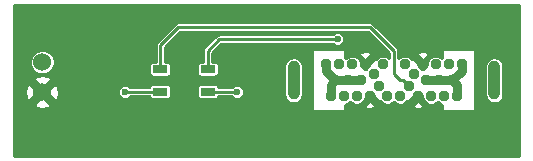
<source format=gbr>
G04 #@! TF.FileFunction,Copper,L1,Top,Signal*
%FSLAX46Y46*%
G04 Gerber Fmt 4.6, Leading zero omitted, Abs format (unit mm)*
G04 Created by KiCad (PCBNEW 4.0.6) date 04/04/18 14:53:54*
%MOMM*%
%LPD*%
G01*
G04 APERTURE LIST*
%ADD10C,0.100000*%
%ADD11C,0.939800*%
%ADD12O,1.000000X3.300000*%
%ADD13C,1.524000*%
%ADD14R,1.300000X0.700000*%
%ADD15C,0.600000*%
%ADD16C,0.250000*%
%ADD17C,0.750000*%
%ADD18C,0.254000*%
G04 APERTURE END LIST*
D10*
D11*
X154850001Y-108150000D03*
X153350001Y-108150000D03*
X152250001Y-108150000D03*
X151150001Y-108150000D03*
X150050001Y-108150000D03*
X156700001Y-108150000D03*
X158200001Y-108150000D03*
X159300001Y-108150000D03*
X160400001Y-108150000D03*
X161500001Y-108150000D03*
X155225001Y-110800000D03*
X156325001Y-110800000D03*
X153725001Y-110800000D03*
X152625001Y-110800000D03*
X151525001Y-110800000D03*
X150425001Y-110800000D03*
X157825001Y-110800000D03*
X158925001Y-110800000D03*
X160025001Y-110800000D03*
X161125001Y-110800000D03*
X154100001Y-108950000D03*
X154475001Y-110000000D03*
X157450001Y-108950000D03*
X157075001Y-110000000D03*
X153025001Y-109475000D03*
X151925001Y-109475000D03*
X150825001Y-109475000D03*
X158525001Y-109475000D03*
X159625001Y-109475000D03*
X160725001Y-109475000D03*
D12*
X164275001Y-109475000D03*
X147275001Y-109475000D03*
D13*
X126000000Y-107960000D03*
X126000000Y-110500000D03*
D14*
X140000000Y-108550000D03*
X140000000Y-110450000D03*
X136000000Y-108550000D03*
X136000000Y-110450000D03*
D15*
X133000000Y-110500000D03*
X142500000Y-110500000D03*
X151000000Y-106000000D03*
D16*
X136000000Y-110450000D02*
X133050000Y-110450000D01*
X133050000Y-110450000D02*
X133000000Y-110500000D01*
X140000000Y-110450000D02*
X142450000Y-110450000D01*
X142450000Y-110450000D02*
X142500000Y-110500000D01*
D17*
X153025001Y-109475000D02*
X151925001Y-109475000D01*
X151925001Y-109475000D02*
X150825001Y-109475000D01*
X159625001Y-109475000D02*
X160725001Y-109475000D01*
X158525001Y-109475000D02*
X159625001Y-109475000D01*
X150050001Y-108700000D02*
X150050001Y-108150000D01*
X150425001Y-109875000D02*
X150425001Y-110800000D01*
X161500001Y-108700000D02*
X161500001Y-108150000D01*
X160725001Y-109475000D02*
X161500001Y-108700000D01*
X161125001Y-109875000D02*
X161125001Y-110800000D01*
X160725001Y-109475000D02*
X161125001Y-109875000D01*
X150825001Y-109475000D02*
X150050001Y-108700000D01*
X150825001Y-109475000D02*
X150425001Y-109875000D01*
D16*
X140000000Y-107000000D02*
X140000000Y-108550000D01*
X141000000Y-106000000D02*
X140000000Y-107000000D01*
X151000000Y-106000000D02*
X141000000Y-106000000D01*
X150500000Y-105000000D02*
X137500000Y-105000000D01*
X156575001Y-109500000D02*
X156250000Y-109500000D01*
X156250000Y-109500000D02*
X155750000Y-109000000D01*
X155750000Y-109000000D02*
X155750000Y-107750000D01*
X155750000Y-107750000D02*
X155750000Y-107000000D01*
X157075001Y-110000000D02*
X156575001Y-109500000D01*
X153750000Y-105000000D02*
X150500000Y-105000000D01*
X155750000Y-107000000D02*
X153750000Y-105000000D01*
X136000000Y-106500000D02*
X136000000Y-108550000D01*
X137500000Y-105000000D02*
X136000000Y-106500000D01*
D18*
G36*
X166373000Y-115873000D02*
X123627000Y-115873000D01*
X123627000Y-111552941D01*
X125297784Y-111552941D01*
X125376201Y-111780509D01*
X125913714Y-111921753D01*
X126464364Y-111846549D01*
X126623799Y-111780509D01*
X126702216Y-111552941D01*
X126000000Y-110850725D01*
X125297784Y-111552941D01*
X123627000Y-111552941D01*
X123627000Y-110413714D01*
X124578247Y-110413714D01*
X124653451Y-110964364D01*
X124719491Y-111123799D01*
X124947059Y-111202216D01*
X125649275Y-110500000D01*
X126350725Y-110500000D01*
X127052941Y-111202216D01*
X127280509Y-111123799D01*
X127414399Y-110614269D01*
X132422900Y-110614269D01*
X132510558Y-110826417D01*
X132672729Y-110988871D01*
X132884724Y-111076900D01*
X133114269Y-111077100D01*
X133326417Y-110989442D01*
X133464099Y-110852000D01*
X135077359Y-110852000D01*
X135086889Y-110902650D01*
X135147555Y-110996927D01*
X135240120Y-111060175D01*
X135350000Y-111082426D01*
X136650000Y-111082426D01*
X136752650Y-111063111D01*
X136846927Y-111002445D01*
X136910175Y-110909880D01*
X136932426Y-110800000D01*
X136932426Y-110100000D01*
X139067574Y-110100000D01*
X139067574Y-110800000D01*
X139086889Y-110902650D01*
X139147555Y-110996927D01*
X139240120Y-111060175D01*
X139350000Y-111082426D01*
X140650000Y-111082426D01*
X140752650Y-111063111D01*
X140846927Y-111002445D01*
X140910175Y-110909880D01*
X140921896Y-110852000D01*
X142036096Y-110852000D01*
X142172729Y-110988871D01*
X142384724Y-111076900D01*
X142614269Y-111077100D01*
X142826417Y-110989442D01*
X142988871Y-110827271D01*
X143076900Y-110615276D01*
X143077100Y-110385731D01*
X142989442Y-110173583D01*
X142827271Y-110011129D01*
X142615276Y-109923100D01*
X142385731Y-109922900D01*
X142173583Y-110010558D01*
X142136076Y-110048000D01*
X140922641Y-110048000D01*
X140913111Y-109997350D01*
X140852445Y-109903073D01*
X140759880Y-109839825D01*
X140650000Y-109817574D01*
X139350000Y-109817574D01*
X139247350Y-109836889D01*
X139153073Y-109897555D01*
X139089825Y-109990120D01*
X139067574Y-110100000D01*
X136932426Y-110100000D01*
X136913111Y-109997350D01*
X136852445Y-109903073D01*
X136759880Y-109839825D01*
X136650000Y-109817574D01*
X135350000Y-109817574D01*
X135247350Y-109836889D01*
X135153073Y-109897555D01*
X135089825Y-109990120D01*
X135078104Y-110048000D01*
X133364078Y-110048000D01*
X133327271Y-110011129D01*
X133115276Y-109923100D01*
X132885731Y-109922900D01*
X132673583Y-110010558D01*
X132511129Y-110172729D01*
X132423100Y-110384724D01*
X132422900Y-110614269D01*
X127414399Y-110614269D01*
X127421753Y-110586286D01*
X127346549Y-110035636D01*
X127280509Y-109876201D01*
X127052941Y-109797784D01*
X126350725Y-110500000D01*
X125649275Y-110500000D01*
X124947059Y-109797784D01*
X124719491Y-109876201D01*
X124578247Y-110413714D01*
X123627000Y-110413714D01*
X123627000Y-109447059D01*
X125297784Y-109447059D01*
X126000000Y-110149275D01*
X126702216Y-109447059D01*
X126623799Y-109219491D01*
X126086286Y-109078247D01*
X125535636Y-109153451D01*
X125376201Y-109219491D01*
X125297784Y-109447059D01*
X123627000Y-109447059D01*
X123627000Y-108165763D01*
X124960820Y-108165763D01*
X125118665Y-108547777D01*
X125410685Y-108840308D01*
X125792423Y-108998819D01*
X126205763Y-108999180D01*
X126587777Y-108841335D01*
X126880308Y-108549315D01*
X127025355Y-108200000D01*
X135067574Y-108200000D01*
X135067574Y-108900000D01*
X135086889Y-109002650D01*
X135147555Y-109096927D01*
X135240120Y-109160175D01*
X135350000Y-109182426D01*
X136650000Y-109182426D01*
X136752650Y-109163111D01*
X136846927Y-109102445D01*
X136910175Y-109009880D01*
X136932426Y-108900000D01*
X136932426Y-108200000D01*
X139067574Y-108200000D01*
X139067574Y-108900000D01*
X139086889Y-109002650D01*
X139147555Y-109096927D01*
X139240120Y-109160175D01*
X139350000Y-109182426D01*
X140650000Y-109182426D01*
X140752650Y-109163111D01*
X140846927Y-109102445D01*
X140910175Y-109009880D01*
X140932426Y-108900000D01*
X140932426Y-108287248D01*
X146498001Y-108287248D01*
X146498001Y-110662752D01*
X146557147Y-110960097D01*
X146725579Y-111212174D01*
X146977656Y-111380606D01*
X147275001Y-111439752D01*
X147572346Y-111380606D01*
X147824423Y-111212174D01*
X147992855Y-110960097D01*
X148052001Y-110662752D01*
X148052001Y-108287248D01*
X147992855Y-107989903D01*
X147824423Y-107737826D01*
X147572346Y-107569394D01*
X147275001Y-107510248D01*
X146977656Y-107569394D01*
X146725579Y-107737826D01*
X146557147Y-107989903D01*
X146498001Y-108287248D01*
X140932426Y-108287248D01*
X140932426Y-108200000D01*
X140913111Y-108097350D01*
X140852445Y-108003073D01*
X140759880Y-107939825D01*
X140650000Y-107917574D01*
X140402000Y-107917574D01*
X140402000Y-107166514D01*
X141166514Y-106402000D01*
X150586009Y-106402000D01*
X150672729Y-106488871D01*
X150884724Y-106576900D01*
X151114269Y-106577100D01*
X151326417Y-106489442D01*
X151488871Y-106327271D01*
X151576900Y-106115276D01*
X151577100Y-105885731D01*
X151489442Y-105673583D01*
X151327271Y-105511129D01*
X151115276Y-105423100D01*
X150885731Y-105422900D01*
X150673583Y-105510558D01*
X150585988Y-105598000D01*
X141000000Y-105598000D01*
X140846161Y-105628600D01*
X140715743Y-105715743D01*
X139715743Y-106715743D01*
X139628600Y-106846161D01*
X139598000Y-107000000D01*
X139598000Y-107917574D01*
X139350000Y-107917574D01*
X139247350Y-107936889D01*
X139153073Y-107997555D01*
X139089825Y-108090120D01*
X139067574Y-108200000D01*
X136932426Y-108200000D01*
X136913111Y-108097350D01*
X136852445Y-108003073D01*
X136759880Y-107939825D01*
X136650000Y-107917574D01*
X136402000Y-107917574D01*
X136402000Y-106666514D01*
X137666514Y-105402000D01*
X153583486Y-105402000D01*
X155348000Y-107166514D01*
X155348000Y-107591670D01*
X155273638Y-107517178D01*
X154999220Y-107403230D01*
X154702085Y-107402970D01*
X154427469Y-107516439D01*
X154272685Y-107670953D01*
X154179999Y-107652272D01*
X153682270Y-108150000D01*
X153705641Y-108173370D01*
X153373372Y-108505640D01*
X153350001Y-108482269D01*
X153326631Y-108505640D01*
X152996879Y-108175888D01*
X152996883Y-108170849D01*
X153017732Y-108150000D01*
X152996920Y-108129188D01*
X152997031Y-108002084D01*
X152883562Y-107727468D01*
X152673638Y-107517178D01*
X152399220Y-107403230D01*
X152102085Y-107402970D01*
X151827469Y-107516439D01*
X151699963Y-107643723D01*
X151627000Y-107570633D01*
X151627000Y-107320002D01*
X152852273Y-107320002D01*
X153350001Y-107817731D01*
X153847729Y-107320002D01*
X153807528Y-107120547D01*
X153378746Y-107023821D01*
X152945588Y-107098546D01*
X152892474Y-107120547D01*
X152852273Y-107320002D01*
X151627000Y-107320002D01*
X151627000Y-107000000D01*
X151618315Y-106953841D01*
X151591035Y-106911447D01*
X151549410Y-106883006D01*
X151500000Y-106873000D01*
X149000000Y-106873000D01*
X148953841Y-106881685D01*
X148911447Y-106908965D01*
X148883006Y-106950590D01*
X148873000Y-107000000D01*
X148873000Y-112000000D01*
X148881685Y-112046159D01*
X148908965Y-112088553D01*
X148950590Y-112116994D01*
X149000000Y-112127000D01*
X151500000Y-112127000D01*
X151546159Y-112118315D01*
X151588553Y-112091035D01*
X151616994Y-112049410D01*
X151627000Y-112000000D01*
X151627000Y-111629998D01*
X153227273Y-111629998D01*
X153267474Y-111829453D01*
X153696256Y-111926179D01*
X154129414Y-111851454D01*
X154182528Y-111829453D01*
X154222729Y-111629998D01*
X157327273Y-111629998D01*
X157367474Y-111829453D01*
X157796256Y-111926179D01*
X158229414Y-111851454D01*
X158282528Y-111829453D01*
X158322729Y-111629998D01*
X157825001Y-111132269D01*
X157327273Y-111629998D01*
X154222729Y-111629998D01*
X153725001Y-111132269D01*
X153227273Y-111629998D01*
X151627000Y-111629998D01*
X151627000Y-111546990D01*
X151672917Y-111547030D01*
X151947533Y-111433561D01*
X152075039Y-111306277D01*
X152201364Y-111432822D01*
X152475782Y-111546770D01*
X152772917Y-111547030D01*
X153047533Y-111433561D01*
X153257823Y-111223637D01*
X153371771Y-110949219D01*
X153371883Y-110820849D01*
X153392732Y-110800000D01*
X153371920Y-110779188D01*
X153371924Y-110774067D01*
X153701631Y-110444360D01*
X153725001Y-110467731D01*
X153748372Y-110444361D01*
X154080641Y-110776630D01*
X154057270Y-110800000D01*
X154554999Y-111297728D01*
X154647828Y-111279018D01*
X154801364Y-111432822D01*
X155075782Y-111546770D01*
X155372917Y-111547030D01*
X155647533Y-111433561D01*
X155775039Y-111306277D01*
X155901364Y-111432822D01*
X156175782Y-111546770D01*
X156472917Y-111547030D01*
X156747533Y-111433561D01*
X156902317Y-111279047D01*
X156995003Y-111297728D01*
X157492732Y-110800000D01*
X157469361Y-110776630D01*
X157801631Y-110444361D01*
X157825001Y-110467731D01*
X157848372Y-110444361D01*
X158178123Y-110774112D01*
X158178119Y-110779151D01*
X158157270Y-110800000D01*
X158178082Y-110820812D01*
X158177971Y-110947916D01*
X158291440Y-111222532D01*
X158501364Y-111432822D01*
X158775782Y-111546770D01*
X159072917Y-111547030D01*
X159347533Y-111433561D01*
X159475039Y-111306277D01*
X159601364Y-111432822D01*
X159873000Y-111545615D01*
X159873000Y-112000000D01*
X159881685Y-112046159D01*
X159908965Y-112088553D01*
X159950590Y-112116994D01*
X160000000Y-112127000D01*
X162500000Y-112127000D01*
X162546159Y-112118315D01*
X162588553Y-112091035D01*
X162616994Y-112049410D01*
X162627000Y-112000000D01*
X162627000Y-108287248D01*
X163498001Y-108287248D01*
X163498001Y-110662752D01*
X163557147Y-110960097D01*
X163725579Y-111212174D01*
X163977656Y-111380606D01*
X164275001Y-111439752D01*
X164572346Y-111380606D01*
X164824423Y-111212174D01*
X164992855Y-110960097D01*
X165052001Y-110662752D01*
X165052001Y-108287248D01*
X164992855Y-107989903D01*
X164824423Y-107737826D01*
X164572346Y-107569394D01*
X164275001Y-107510248D01*
X163977656Y-107569394D01*
X163725579Y-107737826D01*
X163557147Y-107989903D01*
X163498001Y-108287248D01*
X162627000Y-108287248D01*
X162627000Y-107000000D01*
X162618315Y-106953841D01*
X162591035Y-106911447D01*
X162549410Y-106883006D01*
X162500000Y-106873000D01*
X160000000Y-106873000D01*
X159953841Y-106881685D01*
X159911447Y-106908965D01*
X159883006Y-106950590D01*
X159873000Y-107000000D01*
X159873000Y-107620726D01*
X159849963Y-107643723D01*
X159723638Y-107517178D01*
X159449220Y-107403230D01*
X159152085Y-107402970D01*
X158877469Y-107516439D01*
X158667179Y-107726363D01*
X158553231Y-108000781D01*
X158553119Y-108129151D01*
X158532270Y-108150000D01*
X158553082Y-108170812D01*
X158553078Y-108175933D01*
X158223372Y-108505640D01*
X158200001Y-108482269D01*
X158176631Y-108505640D01*
X157844361Y-108173370D01*
X157867732Y-108150000D01*
X157370003Y-107652272D01*
X157277174Y-107670982D01*
X157123638Y-107517178D01*
X156849220Y-107403230D01*
X156552085Y-107402970D01*
X156277469Y-107516439D01*
X156152000Y-107641690D01*
X156152000Y-107320002D01*
X157702273Y-107320002D01*
X158200001Y-107817731D01*
X158697729Y-107320002D01*
X158657528Y-107120547D01*
X158228746Y-107023821D01*
X157795588Y-107098546D01*
X157742474Y-107120547D01*
X157702273Y-107320002D01*
X156152000Y-107320002D01*
X156152000Y-107000000D01*
X156121400Y-106846161D01*
X156034257Y-106715743D01*
X154034257Y-104715743D01*
X153903839Y-104628600D01*
X153750000Y-104598000D01*
X137500000Y-104598000D01*
X137346161Y-104628600D01*
X137215743Y-104715743D01*
X135715743Y-106215743D01*
X135628600Y-106346161D01*
X135598000Y-106500000D01*
X135598000Y-107917574D01*
X135350000Y-107917574D01*
X135247350Y-107936889D01*
X135153073Y-107997555D01*
X135089825Y-108090120D01*
X135067574Y-108200000D01*
X127025355Y-108200000D01*
X127038819Y-108167577D01*
X127039180Y-107754237D01*
X126881335Y-107372223D01*
X126589315Y-107079692D01*
X126207577Y-106921181D01*
X125794237Y-106920820D01*
X125412223Y-107078665D01*
X125119692Y-107370685D01*
X124961181Y-107752423D01*
X124960820Y-108165763D01*
X123627000Y-108165763D01*
X123627000Y-103127000D01*
X166373000Y-103127000D01*
X166373000Y-115873000D01*
X166373000Y-115873000D01*
G37*
X166373000Y-115873000D02*
X123627000Y-115873000D01*
X123627000Y-111552941D01*
X125297784Y-111552941D01*
X125376201Y-111780509D01*
X125913714Y-111921753D01*
X126464364Y-111846549D01*
X126623799Y-111780509D01*
X126702216Y-111552941D01*
X126000000Y-110850725D01*
X125297784Y-111552941D01*
X123627000Y-111552941D01*
X123627000Y-110413714D01*
X124578247Y-110413714D01*
X124653451Y-110964364D01*
X124719491Y-111123799D01*
X124947059Y-111202216D01*
X125649275Y-110500000D01*
X126350725Y-110500000D01*
X127052941Y-111202216D01*
X127280509Y-111123799D01*
X127414399Y-110614269D01*
X132422900Y-110614269D01*
X132510558Y-110826417D01*
X132672729Y-110988871D01*
X132884724Y-111076900D01*
X133114269Y-111077100D01*
X133326417Y-110989442D01*
X133464099Y-110852000D01*
X135077359Y-110852000D01*
X135086889Y-110902650D01*
X135147555Y-110996927D01*
X135240120Y-111060175D01*
X135350000Y-111082426D01*
X136650000Y-111082426D01*
X136752650Y-111063111D01*
X136846927Y-111002445D01*
X136910175Y-110909880D01*
X136932426Y-110800000D01*
X136932426Y-110100000D01*
X139067574Y-110100000D01*
X139067574Y-110800000D01*
X139086889Y-110902650D01*
X139147555Y-110996927D01*
X139240120Y-111060175D01*
X139350000Y-111082426D01*
X140650000Y-111082426D01*
X140752650Y-111063111D01*
X140846927Y-111002445D01*
X140910175Y-110909880D01*
X140921896Y-110852000D01*
X142036096Y-110852000D01*
X142172729Y-110988871D01*
X142384724Y-111076900D01*
X142614269Y-111077100D01*
X142826417Y-110989442D01*
X142988871Y-110827271D01*
X143076900Y-110615276D01*
X143077100Y-110385731D01*
X142989442Y-110173583D01*
X142827271Y-110011129D01*
X142615276Y-109923100D01*
X142385731Y-109922900D01*
X142173583Y-110010558D01*
X142136076Y-110048000D01*
X140922641Y-110048000D01*
X140913111Y-109997350D01*
X140852445Y-109903073D01*
X140759880Y-109839825D01*
X140650000Y-109817574D01*
X139350000Y-109817574D01*
X139247350Y-109836889D01*
X139153073Y-109897555D01*
X139089825Y-109990120D01*
X139067574Y-110100000D01*
X136932426Y-110100000D01*
X136913111Y-109997350D01*
X136852445Y-109903073D01*
X136759880Y-109839825D01*
X136650000Y-109817574D01*
X135350000Y-109817574D01*
X135247350Y-109836889D01*
X135153073Y-109897555D01*
X135089825Y-109990120D01*
X135078104Y-110048000D01*
X133364078Y-110048000D01*
X133327271Y-110011129D01*
X133115276Y-109923100D01*
X132885731Y-109922900D01*
X132673583Y-110010558D01*
X132511129Y-110172729D01*
X132423100Y-110384724D01*
X132422900Y-110614269D01*
X127414399Y-110614269D01*
X127421753Y-110586286D01*
X127346549Y-110035636D01*
X127280509Y-109876201D01*
X127052941Y-109797784D01*
X126350725Y-110500000D01*
X125649275Y-110500000D01*
X124947059Y-109797784D01*
X124719491Y-109876201D01*
X124578247Y-110413714D01*
X123627000Y-110413714D01*
X123627000Y-109447059D01*
X125297784Y-109447059D01*
X126000000Y-110149275D01*
X126702216Y-109447059D01*
X126623799Y-109219491D01*
X126086286Y-109078247D01*
X125535636Y-109153451D01*
X125376201Y-109219491D01*
X125297784Y-109447059D01*
X123627000Y-109447059D01*
X123627000Y-108165763D01*
X124960820Y-108165763D01*
X125118665Y-108547777D01*
X125410685Y-108840308D01*
X125792423Y-108998819D01*
X126205763Y-108999180D01*
X126587777Y-108841335D01*
X126880308Y-108549315D01*
X127025355Y-108200000D01*
X135067574Y-108200000D01*
X135067574Y-108900000D01*
X135086889Y-109002650D01*
X135147555Y-109096927D01*
X135240120Y-109160175D01*
X135350000Y-109182426D01*
X136650000Y-109182426D01*
X136752650Y-109163111D01*
X136846927Y-109102445D01*
X136910175Y-109009880D01*
X136932426Y-108900000D01*
X136932426Y-108200000D01*
X139067574Y-108200000D01*
X139067574Y-108900000D01*
X139086889Y-109002650D01*
X139147555Y-109096927D01*
X139240120Y-109160175D01*
X139350000Y-109182426D01*
X140650000Y-109182426D01*
X140752650Y-109163111D01*
X140846927Y-109102445D01*
X140910175Y-109009880D01*
X140932426Y-108900000D01*
X140932426Y-108287248D01*
X146498001Y-108287248D01*
X146498001Y-110662752D01*
X146557147Y-110960097D01*
X146725579Y-111212174D01*
X146977656Y-111380606D01*
X147275001Y-111439752D01*
X147572346Y-111380606D01*
X147824423Y-111212174D01*
X147992855Y-110960097D01*
X148052001Y-110662752D01*
X148052001Y-108287248D01*
X147992855Y-107989903D01*
X147824423Y-107737826D01*
X147572346Y-107569394D01*
X147275001Y-107510248D01*
X146977656Y-107569394D01*
X146725579Y-107737826D01*
X146557147Y-107989903D01*
X146498001Y-108287248D01*
X140932426Y-108287248D01*
X140932426Y-108200000D01*
X140913111Y-108097350D01*
X140852445Y-108003073D01*
X140759880Y-107939825D01*
X140650000Y-107917574D01*
X140402000Y-107917574D01*
X140402000Y-107166514D01*
X141166514Y-106402000D01*
X150586009Y-106402000D01*
X150672729Y-106488871D01*
X150884724Y-106576900D01*
X151114269Y-106577100D01*
X151326417Y-106489442D01*
X151488871Y-106327271D01*
X151576900Y-106115276D01*
X151577100Y-105885731D01*
X151489442Y-105673583D01*
X151327271Y-105511129D01*
X151115276Y-105423100D01*
X150885731Y-105422900D01*
X150673583Y-105510558D01*
X150585988Y-105598000D01*
X141000000Y-105598000D01*
X140846161Y-105628600D01*
X140715743Y-105715743D01*
X139715743Y-106715743D01*
X139628600Y-106846161D01*
X139598000Y-107000000D01*
X139598000Y-107917574D01*
X139350000Y-107917574D01*
X139247350Y-107936889D01*
X139153073Y-107997555D01*
X139089825Y-108090120D01*
X139067574Y-108200000D01*
X136932426Y-108200000D01*
X136913111Y-108097350D01*
X136852445Y-108003073D01*
X136759880Y-107939825D01*
X136650000Y-107917574D01*
X136402000Y-107917574D01*
X136402000Y-106666514D01*
X137666514Y-105402000D01*
X153583486Y-105402000D01*
X155348000Y-107166514D01*
X155348000Y-107591670D01*
X155273638Y-107517178D01*
X154999220Y-107403230D01*
X154702085Y-107402970D01*
X154427469Y-107516439D01*
X154272685Y-107670953D01*
X154179999Y-107652272D01*
X153682270Y-108150000D01*
X153705641Y-108173370D01*
X153373372Y-108505640D01*
X153350001Y-108482269D01*
X153326631Y-108505640D01*
X152996879Y-108175888D01*
X152996883Y-108170849D01*
X153017732Y-108150000D01*
X152996920Y-108129188D01*
X152997031Y-108002084D01*
X152883562Y-107727468D01*
X152673638Y-107517178D01*
X152399220Y-107403230D01*
X152102085Y-107402970D01*
X151827469Y-107516439D01*
X151699963Y-107643723D01*
X151627000Y-107570633D01*
X151627000Y-107320002D01*
X152852273Y-107320002D01*
X153350001Y-107817731D01*
X153847729Y-107320002D01*
X153807528Y-107120547D01*
X153378746Y-107023821D01*
X152945588Y-107098546D01*
X152892474Y-107120547D01*
X152852273Y-107320002D01*
X151627000Y-107320002D01*
X151627000Y-107000000D01*
X151618315Y-106953841D01*
X151591035Y-106911447D01*
X151549410Y-106883006D01*
X151500000Y-106873000D01*
X149000000Y-106873000D01*
X148953841Y-106881685D01*
X148911447Y-106908965D01*
X148883006Y-106950590D01*
X148873000Y-107000000D01*
X148873000Y-112000000D01*
X148881685Y-112046159D01*
X148908965Y-112088553D01*
X148950590Y-112116994D01*
X149000000Y-112127000D01*
X151500000Y-112127000D01*
X151546159Y-112118315D01*
X151588553Y-112091035D01*
X151616994Y-112049410D01*
X151627000Y-112000000D01*
X151627000Y-111629998D01*
X153227273Y-111629998D01*
X153267474Y-111829453D01*
X153696256Y-111926179D01*
X154129414Y-111851454D01*
X154182528Y-111829453D01*
X154222729Y-111629998D01*
X157327273Y-111629998D01*
X157367474Y-111829453D01*
X157796256Y-111926179D01*
X158229414Y-111851454D01*
X158282528Y-111829453D01*
X158322729Y-111629998D01*
X157825001Y-111132269D01*
X157327273Y-111629998D01*
X154222729Y-111629998D01*
X153725001Y-111132269D01*
X153227273Y-111629998D01*
X151627000Y-111629998D01*
X151627000Y-111546990D01*
X151672917Y-111547030D01*
X151947533Y-111433561D01*
X152075039Y-111306277D01*
X152201364Y-111432822D01*
X152475782Y-111546770D01*
X152772917Y-111547030D01*
X153047533Y-111433561D01*
X153257823Y-111223637D01*
X153371771Y-110949219D01*
X153371883Y-110820849D01*
X153392732Y-110800000D01*
X153371920Y-110779188D01*
X153371924Y-110774067D01*
X153701631Y-110444360D01*
X153725001Y-110467731D01*
X153748372Y-110444361D01*
X154080641Y-110776630D01*
X154057270Y-110800000D01*
X154554999Y-111297728D01*
X154647828Y-111279018D01*
X154801364Y-111432822D01*
X155075782Y-111546770D01*
X155372917Y-111547030D01*
X155647533Y-111433561D01*
X155775039Y-111306277D01*
X155901364Y-111432822D01*
X156175782Y-111546770D01*
X156472917Y-111547030D01*
X156747533Y-111433561D01*
X156902317Y-111279047D01*
X156995003Y-111297728D01*
X157492732Y-110800000D01*
X157469361Y-110776630D01*
X157801631Y-110444361D01*
X157825001Y-110467731D01*
X157848372Y-110444361D01*
X158178123Y-110774112D01*
X158178119Y-110779151D01*
X158157270Y-110800000D01*
X158178082Y-110820812D01*
X158177971Y-110947916D01*
X158291440Y-111222532D01*
X158501364Y-111432822D01*
X158775782Y-111546770D01*
X159072917Y-111547030D01*
X159347533Y-111433561D01*
X159475039Y-111306277D01*
X159601364Y-111432822D01*
X159873000Y-111545615D01*
X159873000Y-112000000D01*
X159881685Y-112046159D01*
X159908965Y-112088553D01*
X159950590Y-112116994D01*
X160000000Y-112127000D01*
X162500000Y-112127000D01*
X162546159Y-112118315D01*
X162588553Y-112091035D01*
X162616994Y-112049410D01*
X162627000Y-112000000D01*
X162627000Y-108287248D01*
X163498001Y-108287248D01*
X163498001Y-110662752D01*
X163557147Y-110960097D01*
X163725579Y-111212174D01*
X163977656Y-111380606D01*
X164275001Y-111439752D01*
X164572346Y-111380606D01*
X164824423Y-111212174D01*
X164992855Y-110960097D01*
X165052001Y-110662752D01*
X165052001Y-108287248D01*
X164992855Y-107989903D01*
X164824423Y-107737826D01*
X164572346Y-107569394D01*
X164275001Y-107510248D01*
X163977656Y-107569394D01*
X163725579Y-107737826D01*
X163557147Y-107989903D01*
X163498001Y-108287248D01*
X162627000Y-108287248D01*
X162627000Y-107000000D01*
X162618315Y-106953841D01*
X162591035Y-106911447D01*
X162549410Y-106883006D01*
X162500000Y-106873000D01*
X160000000Y-106873000D01*
X159953841Y-106881685D01*
X159911447Y-106908965D01*
X159883006Y-106950590D01*
X159873000Y-107000000D01*
X159873000Y-107620726D01*
X159849963Y-107643723D01*
X159723638Y-107517178D01*
X159449220Y-107403230D01*
X159152085Y-107402970D01*
X158877469Y-107516439D01*
X158667179Y-107726363D01*
X158553231Y-108000781D01*
X158553119Y-108129151D01*
X158532270Y-108150000D01*
X158553082Y-108170812D01*
X158553078Y-108175933D01*
X158223372Y-108505640D01*
X158200001Y-108482269D01*
X158176631Y-108505640D01*
X157844361Y-108173370D01*
X157867732Y-108150000D01*
X157370003Y-107652272D01*
X157277174Y-107670982D01*
X157123638Y-107517178D01*
X156849220Y-107403230D01*
X156552085Y-107402970D01*
X156277469Y-107516439D01*
X156152000Y-107641690D01*
X156152000Y-107320002D01*
X157702273Y-107320002D01*
X158200001Y-107817731D01*
X158697729Y-107320002D01*
X158657528Y-107120547D01*
X158228746Y-107023821D01*
X157795588Y-107098546D01*
X157742474Y-107120547D01*
X157702273Y-107320002D01*
X156152000Y-107320002D01*
X156152000Y-107000000D01*
X156121400Y-106846161D01*
X156034257Y-106715743D01*
X154034257Y-104715743D01*
X153903839Y-104628600D01*
X153750000Y-104598000D01*
X137500000Y-104598000D01*
X137346161Y-104628600D01*
X137215743Y-104715743D01*
X135715743Y-106215743D01*
X135628600Y-106346161D01*
X135598000Y-106500000D01*
X135598000Y-107917574D01*
X135350000Y-107917574D01*
X135247350Y-107936889D01*
X135153073Y-107997555D01*
X135089825Y-108090120D01*
X135067574Y-108200000D01*
X127025355Y-108200000D01*
X127038819Y-108167577D01*
X127039180Y-107754237D01*
X126881335Y-107372223D01*
X126589315Y-107079692D01*
X126207577Y-106921181D01*
X125794237Y-106920820D01*
X125412223Y-107078665D01*
X125119692Y-107370685D01*
X124961181Y-107752423D01*
X124960820Y-108165763D01*
X123627000Y-108165763D01*
X123627000Y-103127000D01*
X166373000Y-103127000D01*
X166373000Y-115873000D01*
M02*

</source>
